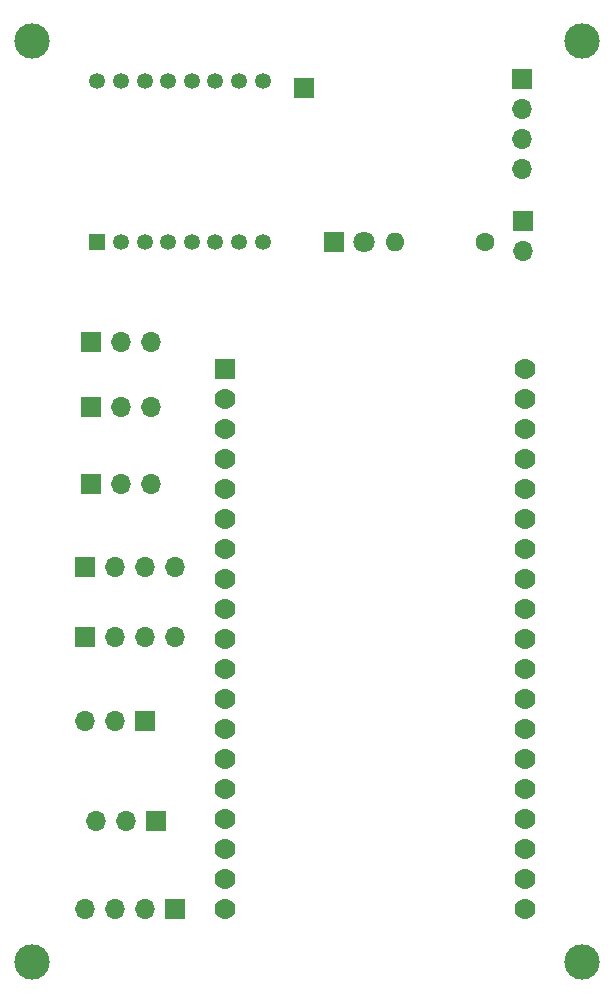
<source format=gbr>
%TF.GenerationSoftware,KiCad,Pcbnew,8.0.2*%
%TF.CreationDate,2024-05-16T13:39:08+01:00*%
%TF.ProjectId,test,74657374-2e6b-4696-9361-645f70636258,rev?*%
%TF.SameCoordinates,Original*%
%TF.FileFunction,Soldermask,Bot*%
%TF.FilePolarity,Negative*%
%FSLAX46Y46*%
G04 Gerber Fmt 4.6, Leading zero omitted, Abs format (unit mm)*
G04 Created by KiCad (PCBNEW 8.0.2) date 2024-05-16 13:39:08*
%MOMM*%
%LPD*%
G01*
G04 APERTURE LIST*
G04 Aperture macros list*
%AMRoundRect*
0 Rectangle with rounded corners*
0 $1 Rounding radius*
0 $2 $3 $4 $5 $6 $7 $8 $9 X,Y pos of 4 corners*
0 Add a 4 corners polygon primitive as box body*
4,1,4,$2,$3,$4,$5,$6,$7,$8,$9,$2,$3,0*
0 Add four circle primitives for the rounded corners*
1,1,$1+$1,$2,$3*
1,1,$1+$1,$4,$5*
1,1,$1+$1,$6,$7*
1,1,$1+$1,$8,$9*
0 Add four rect primitives between the rounded corners*
20,1,$1+$1,$2,$3,$4,$5,0*
20,1,$1+$1,$4,$5,$6,$7,0*
20,1,$1+$1,$6,$7,$8,$9,0*
20,1,$1+$1,$8,$9,$2,$3,0*%
G04 Aperture macros list end*
%ADD10R,1.700000X1.700000*%
%ADD11O,1.700000X1.700000*%
%ADD12C,3.000000*%
%ADD13R,1.350000X1.350000*%
%ADD14C,1.350000*%
%ADD15R,1.800000X1.800000*%
%ADD16C,1.800000*%
%ADD17RoundRect,0.102000X-0.780000X-0.780000X0.780000X-0.780000X0.780000X0.780000X-0.780000X0.780000X0*%
%ADD18C,1.764000*%
%ADD19C,1.600000*%
%ADD20O,1.600000X1.600000*%
G04 APERTURE END LIST*
D10*
%TO.C,J4*%
X61500000Y-85500000D03*
D11*
X58960000Y-85500000D03*
X56420000Y-85500000D03*
%TD*%
D12*
%TO.C,REF\u002A\u002A*%
X97500000Y-19500000D03*
%TD*%
D10*
%TO.C,J10*%
X55460000Y-64000000D03*
D11*
X58000000Y-64000000D03*
X60540000Y-64000000D03*
X63080000Y-64000000D03*
%TD*%
D10*
%TO.C,SW1*%
X92525000Y-34750000D03*
D11*
X92525000Y-37290000D03*
%TD*%
D10*
%TO.C,J3*%
X56000000Y-56975000D03*
D11*
X58540000Y-56975000D03*
X61080000Y-56975000D03*
%TD*%
D13*
%TO.C,U2*%
X56500000Y-36500000D03*
D14*
X58500000Y-36500000D03*
X60500000Y-36500000D03*
X62500000Y-36500000D03*
X64500000Y-36500000D03*
X66500000Y-36500000D03*
X68500000Y-36500000D03*
X70500000Y-36500000D03*
X70500000Y-22900000D03*
X68500000Y-22900000D03*
X66500000Y-22900000D03*
X64500000Y-22900000D03*
X62500000Y-22900000D03*
X60500000Y-22900000D03*
X58500000Y-22900000D03*
X56500000Y-22900000D03*
%TD*%
D10*
%TO.C,J5*%
X63040000Y-93000000D03*
D11*
X60500000Y-93000000D03*
X57960000Y-93000000D03*
X55420000Y-93000000D03*
%TD*%
D10*
%TO.C,J1*%
X60525000Y-77025000D03*
D11*
X57985000Y-77025000D03*
X55445000Y-77025000D03*
%TD*%
D10*
%TO.C,J8*%
X55975000Y-44975000D03*
D11*
X58515000Y-44975000D03*
X61055000Y-44975000D03*
%TD*%
D12*
%TO.C,REF\u002A\u002A*%
X51000000Y-19500000D03*
%TD*%
D15*
%TO.C,D1*%
X76500000Y-36500000D03*
D16*
X79040000Y-36500000D03*
%TD*%
D12*
%TO.C,REF\u002A\u002A*%
X97500000Y-97500000D03*
%TD*%
D10*
%TO.C,J6*%
X74000000Y-23500000D03*
%TD*%
%TO.C,J9*%
X55460000Y-69975000D03*
D11*
X58000000Y-69975000D03*
X60540000Y-69975000D03*
X63080000Y-69975000D03*
%TD*%
D17*
%TO.C,U1*%
X67300000Y-47240000D03*
D18*
X67300000Y-49780000D03*
X67300000Y-52320000D03*
X67300000Y-54860000D03*
X67300000Y-57400000D03*
X67300000Y-59940000D03*
X67300000Y-62480000D03*
X67300000Y-65020000D03*
X67300000Y-67560000D03*
X67300000Y-70100000D03*
X67300000Y-72640000D03*
X67300000Y-75180000D03*
X67300000Y-77720000D03*
X67300000Y-80260000D03*
X67300000Y-82800000D03*
X67300000Y-85340000D03*
X67300000Y-87880000D03*
X67300000Y-90420000D03*
X67300000Y-92960000D03*
X92700000Y-47240000D03*
X92700000Y-49780000D03*
X92700000Y-52320000D03*
X92700000Y-54860000D03*
X92700000Y-57400000D03*
X92700000Y-59940000D03*
X92700000Y-62480000D03*
X92700000Y-65020000D03*
X92700000Y-67560000D03*
X92700000Y-70100000D03*
X92700000Y-72640000D03*
X92700000Y-75180000D03*
X92700000Y-77720000D03*
X92700000Y-80260000D03*
X92700000Y-82800000D03*
X92700000Y-85340000D03*
X92700000Y-87880000D03*
X92700000Y-90420000D03*
X92700000Y-92960000D03*
%TD*%
D10*
%TO.C,J7*%
X56000000Y-50500000D03*
D11*
X58540000Y-50500000D03*
X61080000Y-50500000D03*
%TD*%
D12*
%TO.C,REF\u002A\u002A*%
X51000000Y-97500000D03*
%TD*%
D19*
%TO.C,R1*%
X89310000Y-36500000D03*
D20*
X81690000Y-36500000D03*
%TD*%
D10*
%TO.C,J2*%
X92500000Y-22700000D03*
D11*
X92500000Y-25240000D03*
X92500000Y-27780000D03*
X92500000Y-30320000D03*
%TD*%
M02*

</source>
